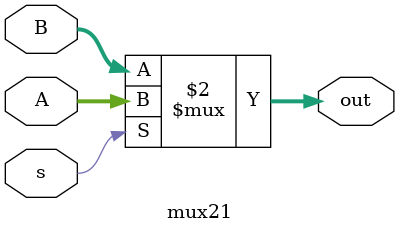
<source format=v>
module mux21(A,B,s,out);
    input [15:0] A,B;
    input [0:0]s;

    output [15:0] out;

    wire [15:0]mo;

    assign out = (s == 1'b0) ? B : A;



endmodule
</source>
